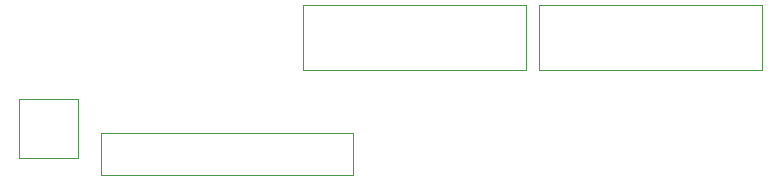
<source format=gbr>
%TF.GenerationSoftware,KiCad,Pcbnew,8.0.1*%
%TF.CreationDate,2024-04-09T17:17:27+02:00*%
%TF.ProjectId,vampire_pcb,76616d70-6972-4655-9f70-63622e6b6963,rev?*%
%TF.SameCoordinates,Original*%
%TF.FileFunction,Other,User*%
%FSLAX46Y46*%
G04 Gerber Fmt 4.6, Leading zero omitted, Abs format (unit mm)*
G04 Created by KiCad (PCBNEW 8.0.1) date 2024-04-09 17:17:27*
%MOMM*%
%LPD*%
G01*
G04 APERTURE LIST*
%ADD10C,0.050000*%
G04 APERTURE END LIST*
D10*
%TO.C,J4*%
X135550000Y-52300000D02*
X135550000Y-57800000D01*
X135550000Y-57800000D02*
X154450000Y-57800000D01*
X154450000Y-52300000D02*
X135550000Y-52300000D01*
X154450000Y-57800000D02*
X154450000Y-52300000D01*
%TO.C,J1*%
X98450000Y-63200000D02*
X119800000Y-63200000D01*
X98450000Y-66750000D02*
X98450000Y-63200000D01*
X119800000Y-63200000D02*
X119800000Y-66750000D01*
X119800000Y-66750000D02*
X98450000Y-66750000D01*
%TO.C,J3*%
X115550000Y-52300000D02*
X115550000Y-57800000D01*
X115550000Y-57800000D02*
X134450000Y-57800000D01*
X134450000Y-52300000D02*
X115550000Y-52300000D01*
X134450000Y-57800000D02*
X134450000Y-52300000D01*
%TO.C,J2*%
X91500000Y-65250000D02*
X91500000Y-60250000D01*
X91500000Y-65250000D02*
X96500000Y-65250000D01*
X96500000Y-60250000D02*
X91500000Y-60250000D01*
X96500000Y-60250000D02*
X96500000Y-65250000D01*
%TD*%
M02*

</source>
